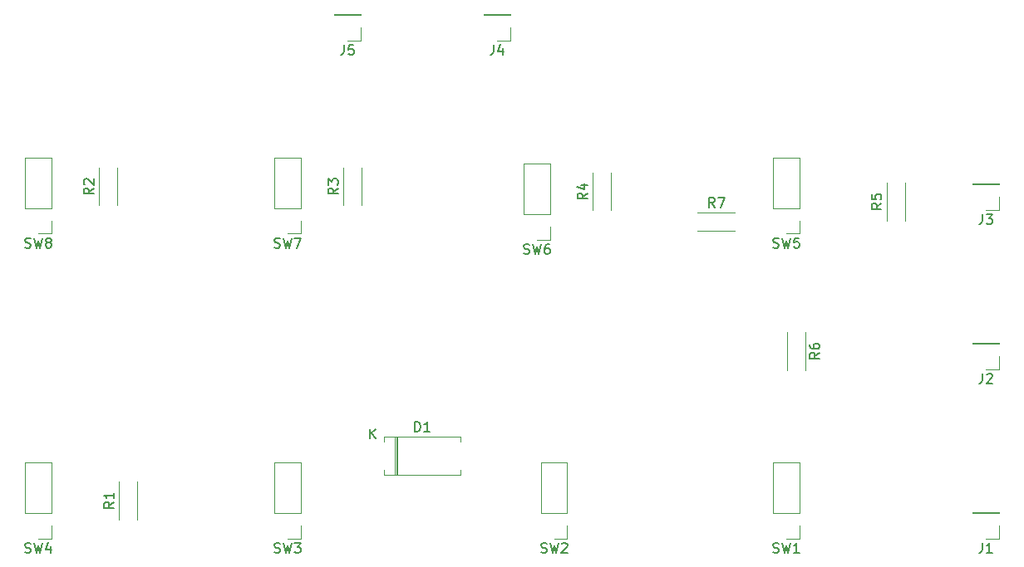
<source format=gto>
%TF.GenerationSoftware,KiCad,Pcbnew,7.0.7*%
%TF.CreationDate,2023-12-20T15:38:10-07:00*%
%TF.ProjectId,Control Pilot PCB,436f6e74-726f-46c2-9050-696c6f742050,rev?*%
%TF.SameCoordinates,Original*%
%TF.FileFunction,Legend,Top*%
%TF.FilePolarity,Positive*%
%FSLAX46Y46*%
G04 Gerber Fmt 4.6, Leading zero omitted, Abs format (unit mm)*
G04 Created by KiCad (PCBNEW 7.0.7) date 2023-12-20 15:38:10*
%MOMM*%
%LPD*%
G01*
G04 APERTURE LIST*
%ADD10C,0.150000*%
%ADD11C,0.120000*%
G04 APERTURE END LIST*
D10*
X163242666Y-105416819D02*
X163242666Y-106131104D01*
X163242666Y-106131104D02*
X163195047Y-106273961D01*
X163195047Y-106273961D02*
X163099809Y-106369200D01*
X163099809Y-106369200D02*
X162956952Y-106416819D01*
X162956952Y-106416819D02*
X162861714Y-106416819D01*
X164242666Y-106416819D02*
X163671238Y-106416819D01*
X163956952Y-106416819D02*
X163956952Y-105416819D01*
X163956952Y-105416819D02*
X163861714Y-105559676D01*
X163861714Y-105559676D02*
X163766476Y-105654914D01*
X163766476Y-105654914D02*
X163671238Y-105702533D01*
X98218666Y-54616819D02*
X98218666Y-55331104D01*
X98218666Y-55331104D02*
X98171047Y-55473961D01*
X98171047Y-55473961D02*
X98075809Y-55569200D01*
X98075809Y-55569200D02*
X97932952Y-55616819D01*
X97932952Y-55616819D02*
X97837714Y-55616819D01*
X99171047Y-54616819D02*
X98694857Y-54616819D01*
X98694857Y-54616819D02*
X98647238Y-55093009D01*
X98647238Y-55093009D02*
X98694857Y-55045390D01*
X98694857Y-55045390D02*
X98790095Y-54997771D01*
X98790095Y-54997771D02*
X99028190Y-54997771D01*
X99028190Y-54997771D02*
X99123428Y-55045390D01*
X99123428Y-55045390D02*
X99171047Y-55093009D01*
X99171047Y-55093009D02*
X99218666Y-55188247D01*
X99218666Y-55188247D02*
X99218666Y-55426342D01*
X99218666Y-55426342D02*
X99171047Y-55521580D01*
X99171047Y-55521580D02*
X99123428Y-55569200D01*
X99123428Y-55569200D02*
X99028190Y-55616819D01*
X99028190Y-55616819D02*
X98790095Y-55616819D01*
X98790095Y-55616819D02*
X98694857Y-55569200D01*
X98694857Y-55569200D02*
X98647238Y-55521580D01*
X146630819Y-86018666D02*
X146154628Y-86351999D01*
X146630819Y-86590094D02*
X145630819Y-86590094D01*
X145630819Y-86590094D02*
X145630819Y-86209142D01*
X145630819Y-86209142D02*
X145678438Y-86113904D01*
X145678438Y-86113904D02*
X145726057Y-86066285D01*
X145726057Y-86066285D02*
X145821295Y-86018666D01*
X145821295Y-86018666D02*
X145964152Y-86018666D01*
X145964152Y-86018666D02*
X146059390Y-86066285D01*
X146059390Y-86066285D02*
X146107009Y-86113904D01*
X146107009Y-86113904D02*
X146154628Y-86209142D01*
X146154628Y-86209142D02*
X146154628Y-86590094D01*
X145630819Y-85161523D02*
X145630819Y-85351999D01*
X145630819Y-85351999D02*
X145678438Y-85447237D01*
X145678438Y-85447237D02*
X145726057Y-85494856D01*
X145726057Y-85494856D02*
X145868914Y-85590094D01*
X145868914Y-85590094D02*
X146059390Y-85637713D01*
X146059390Y-85637713D02*
X146440342Y-85637713D01*
X146440342Y-85637713D02*
X146535580Y-85590094D01*
X146535580Y-85590094D02*
X146583200Y-85542475D01*
X146583200Y-85542475D02*
X146630819Y-85447237D01*
X146630819Y-85447237D02*
X146630819Y-85256761D01*
X146630819Y-85256761D02*
X146583200Y-85161523D01*
X146583200Y-85161523D02*
X146535580Y-85113904D01*
X146535580Y-85113904D02*
X146440342Y-85066285D01*
X146440342Y-85066285D02*
X146202247Y-85066285D01*
X146202247Y-85066285D02*
X146107009Y-85113904D01*
X146107009Y-85113904D02*
X146059390Y-85161523D01*
X146059390Y-85161523D02*
X146011771Y-85256761D01*
X146011771Y-85256761D02*
X146011771Y-85447237D01*
X146011771Y-85447237D02*
X146059390Y-85542475D01*
X146059390Y-85542475D02*
X146107009Y-85590094D01*
X146107009Y-85590094D02*
X146202247Y-85637713D01*
X122994819Y-69746666D02*
X122518628Y-70079999D01*
X122994819Y-70318094D02*
X121994819Y-70318094D01*
X121994819Y-70318094D02*
X121994819Y-69937142D01*
X121994819Y-69937142D02*
X122042438Y-69841904D01*
X122042438Y-69841904D02*
X122090057Y-69794285D01*
X122090057Y-69794285D02*
X122185295Y-69746666D01*
X122185295Y-69746666D02*
X122328152Y-69746666D01*
X122328152Y-69746666D02*
X122423390Y-69794285D01*
X122423390Y-69794285D02*
X122471009Y-69841904D01*
X122471009Y-69841904D02*
X122518628Y-69937142D01*
X122518628Y-69937142D02*
X122518628Y-70318094D01*
X122328152Y-68889523D02*
X122994819Y-68889523D01*
X121947200Y-69127618D02*
X122661485Y-69365713D01*
X122661485Y-69365713D02*
X122661485Y-68746666D01*
X65722667Y-106369200D02*
X65865524Y-106416819D01*
X65865524Y-106416819D02*
X66103619Y-106416819D01*
X66103619Y-106416819D02*
X66198857Y-106369200D01*
X66198857Y-106369200D02*
X66246476Y-106321580D01*
X66246476Y-106321580D02*
X66294095Y-106226342D01*
X66294095Y-106226342D02*
X66294095Y-106131104D01*
X66294095Y-106131104D02*
X66246476Y-106035866D01*
X66246476Y-106035866D02*
X66198857Y-105988247D01*
X66198857Y-105988247D02*
X66103619Y-105940628D01*
X66103619Y-105940628D02*
X65913143Y-105893009D01*
X65913143Y-105893009D02*
X65817905Y-105845390D01*
X65817905Y-105845390D02*
X65770286Y-105797771D01*
X65770286Y-105797771D02*
X65722667Y-105702533D01*
X65722667Y-105702533D02*
X65722667Y-105607295D01*
X65722667Y-105607295D02*
X65770286Y-105512057D01*
X65770286Y-105512057D02*
X65817905Y-105464438D01*
X65817905Y-105464438D02*
X65913143Y-105416819D01*
X65913143Y-105416819D02*
X66151238Y-105416819D01*
X66151238Y-105416819D02*
X66294095Y-105464438D01*
X66627429Y-105416819D02*
X66865524Y-106416819D01*
X66865524Y-106416819D02*
X67056000Y-105702533D01*
X67056000Y-105702533D02*
X67246476Y-106416819D01*
X67246476Y-106416819D02*
X67484572Y-105416819D01*
X68294095Y-105750152D02*
X68294095Y-106416819D01*
X68056000Y-105369200D02*
X67817905Y-106083485D01*
X67817905Y-106083485D02*
X68436952Y-106083485D01*
X141922667Y-106369200D02*
X142065524Y-106416819D01*
X142065524Y-106416819D02*
X142303619Y-106416819D01*
X142303619Y-106416819D02*
X142398857Y-106369200D01*
X142398857Y-106369200D02*
X142446476Y-106321580D01*
X142446476Y-106321580D02*
X142494095Y-106226342D01*
X142494095Y-106226342D02*
X142494095Y-106131104D01*
X142494095Y-106131104D02*
X142446476Y-106035866D01*
X142446476Y-106035866D02*
X142398857Y-105988247D01*
X142398857Y-105988247D02*
X142303619Y-105940628D01*
X142303619Y-105940628D02*
X142113143Y-105893009D01*
X142113143Y-105893009D02*
X142017905Y-105845390D01*
X142017905Y-105845390D02*
X141970286Y-105797771D01*
X141970286Y-105797771D02*
X141922667Y-105702533D01*
X141922667Y-105702533D02*
X141922667Y-105607295D01*
X141922667Y-105607295D02*
X141970286Y-105512057D01*
X141970286Y-105512057D02*
X142017905Y-105464438D01*
X142017905Y-105464438D02*
X142113143Y-105416819D01*
X142113143Y-105416819D02*
X142351238Y-105416819D01*
X142351238Y-105416819D02*
X142494095Y-105464438D01*
X142827429Y-105416819D02*
X143065524Y-106416819D01*
X143065524Y-106416819D02*
X143256000Y-105702533D01*
X143256000Y-105702533D02*
X143446476Y-106416819D01*
X143446476Y-106416819D02*
X143684572Y-105416819D01*
X144589333Y-106416819D02*
X144017905Y-106416819D01*
X144303619Y-106416819D02*
X144303619Y-105416819D01*
X144303619Y-105416819D02*
X144208381Y-105559676D01*
X144208381Y-105559676D02*
X144113143Y-105654914D01*
X144113143Y-105654914D02*
X144017905Y-105702533D01*
X152950819Y-70778666D02*
X152474628Y-71111999D01*
X152950819Y-71350094D02*
X151950819Y-71350094D01*
X151950819Y-71350094D02*
X151950819Y-70969142D01*
X151950819Y-70969142D02*
X151998438Y-70873904D01*
X151998438Y-70873904D02*
X152046057Y-70826285D01*
X152046057Y-70826285D02*
X152141295Y-70778666D01*
X152141295Y-70778666D02*
X152284152Y-70778666D01*
X152284152Y-70778666D02*
X152379390Y-70826285D01*
X152379390Y-70826285D02*
X152427009Y-70873904D01*
X152427009Y-70873904D02*
X152474628Y-70969142D01*
X152474628Y-70969142D02*
X152474628Y-71350094D01*
X151950819Y-69873904D02*
X151950819Y-70350094D01*
X151950819Y-70350094D02*
X152427009Y-70397713D01*
X152427009Y-70397713D02*
X152379390Y-70350094D01*
X152379390Y-70350094D02*
X152331771Y-70254856D01*
X152331771Y-70254856D02*
X152331771Y-70016761D01*
X152331771Y-70016761D02*
X152379390Y-69921523D01*
X152379390Y-69921523D02*
X152427009Y-69873904D01*
X152427009Y-69873904D02*
X152522247Y-69826285D01*
X152522247Y-69826285D02*
X152760342Y-69826285D01*
X152760342Y-69826285D02*
X152855580Y-69873904D01*
X152855580Y-69873904D02*
X152903200Y-69921523D01*
X152903200Y-69921523D02*
X152950819Y-70016761D01*
X152950819Y-70016761D02*
X152950819Y-70254856D01*
X152950819Y-70254856D02*
X152903200Y-70350094D01*
X152903200Y-70350094D02*
X152855580Y-70397713D01*
X65722667Y-75274200D02*
X65865524Y-75321819D01*
X65865524Y-75321819D02*
X66103619Y-75321819D01*
X66103619Y-75321819D02*
X66198857Y-75274200D01*
X66198857Y-75274200D02*
X66246476Y-75226580D01*
X66246476Y-75226580D02*
X66294095Y-75131342D01*
X66294095Y-75131342D02*
X66294095Y-75036104D01*
X66294095Y-75036104D02*
X66246476Y-74940866D01*
X66246476Y-74940866D02*
X66198857Y-74893247D01*
X66198857Y-74893247D02*
X66103619Y-74845628D01*
X66103619Y-74845628D02*
X65913143Y-74798009D01*
X65913143Y-74798009D02*
X65817905Y-74750390D01*
X65817905Y-74750390D02*
X65770286Y-74702771D01*
X65770286Y-74702771D02*
X65722667Y-74607533D01*
X65722667Y-74607533D02*
X65722667Y-74512295D01*
X65722667Y-74512295D02*
X65770286Y-74417057D01*
X65770286Y-74417057D02*
X65817905Y-74369438D01*
X65817905Y-74369438D02*
X65913143Y-74321819D01*
X65913143Y-74321819D02*
X66151238Y-74321819D01*
X66151238Y-74321819D02*
X66294095Y-74369438D01*
X66627429Y-74321819D02*
X66865524Y-75321819D01*
X66865524Y-75321819D02*
X67056000Y-74607533D01*
X67056000Y-74607533D02*
X67246476Y-75321819D01*
X67246476Y-75321819D02*
X67484572Y-74321819D01*
X68008381Y-74750390D02*
X67913143Y-74702771D01*
X67913143Y-74702771D02*
X67865524Y-74655152D01*
X67865524Y-74655152D02*
X67817905Y-74559914D01*
X67817905Y-74559914D02*
X67817905Y-74512295D01*
X67817905Y-74512295D02*
X67865524Y-74417057D01*
X67865524Y-74417057D02*
X67913143Y-74369438D01*
X67913143Y-74369438D02*
X68008381Y-74321819D01*
X68008381Y-74321819D02*
X68198857Y-74321819D01*
X68198857Y-74321819D02*
X68294095Y-74369438D01*
X68294095Y-74369438D02*
X68341714Y-74417057D01*
X68341714Y-74417057D02*
X68389333Y-74512295D01*
X68389333Y-74512295D02*
X68389333Y-74559914D01*
X68389333Y-74559914D02*
X68341714Y-74655152D01*
X68341714Y-74655152D02*
X68294095Y-74702771D01*
X68294095Y-74702771D02*
X68198857Y-74750390D01*
X68198857Y-74750390D02*
X68008381Y-74750390D01*
X68008381Y-74750390D02*
X67913143Y-74798009D01*
X67913143Y-74798009D02*
X67865524Y-74845628D01*
X67865524Y-74845628D02*
X67817905Y-74940866D01*
X67817905Y-74940866D02*
X67817905Y-75131342D01*
X67817905Y-75131342D02*
X67865524Y-75226580D01*
X67865524Y-75226580D02*
X67913143Y-75274200D01*
X67913143Y-75274200D02*
X68008381Y-75321819D01*
X68008381Y-75321819D02*
X68198857Y-75321819D01*
X68198857Y-75321819D02*
X68294095Y-75274200D01*
X68294095Y-75274200D02*
X68341714Y-75226580D01*
X68341714Y-75226580D02*
X68389333Y-75131342D01*
X68389333Y-75131342D02*
X68389333Y-74940866D01*
X68389333Y-74940866D02*
X68341714Y-74845628D01*
X68341714Y-74845628D02*
X68294095Y-74798009D01*
X68294095Y-74798009D02*
X68198857Y-74750390D01*
X135961333Y-71178819D02*
X135628000Y-70702628D01*
X135389905Y-71178819D02*
X135389905Y-70178819D01*
X135389905Y-70178819D02*
X135770857Y-70178819D01*
X135770857Y-70178819D02*
X135866095Y-70226438D01*
X135866095Y-70226438D02*
X135913714Y-70274057D01*
X135913714Y-70274057D02*
X135961333Y-70369295D01*
X135961333Y-70369295D02*
X135961333Y-70512152D01*
X135961333Y-70512152D02*
X135913714Y-70607390D01*
X135913714Y-70607390D02*
X135866095Y-70655009D01*
X135866095Y-70655009D02*
X135770857Y-70702628D01*
X135770857Y-70702628D02*
X135389905Y-70702628D01*
X136294667Y-70178819D02*
X136961333Y-70178819D01*
X136961333Y-70178819D02*
X136532762Y-71178819D01*
X74750819Y-101258666D02*
X74274628Y-101591999D01*
X74750819Y-101830094D02*
X73750819Y-101830094D01*
X73750819Y-101830094D02*
X73750819Y-101449142D01*
X73750819Y-101449142D02*
X73798438Y-101353904D01*
X73798438Y-101353904D02*
X73846057Y-101306285D01*
X73846057Y-101306285D02*
X73941295Y-101258666D01*
X73941295Y-101258666D02*
X74084152Y-101258666D01*
X74084152Y-101258666D02*
X74179390Y-101306285D01*
X74179390Y-101306285D02*
X74227009Y-101353904D01*
X74227009Y-101353904D02*
X74274628Y-101449142D01*
X74274628Y-101449142D02*
X74274628Y-101830094D01*
X74750819Y-100306285D02*
X74750819Y-100877713D01*
X74750819Y-100591999D02*
X73750819Y-100591999D01*
X73750819Y-100591999D02*
X73893676Y-100687237D01*
X73893676Y-100687237D02*
X73988914Y-100782475D01*
X73988914Y-100782475D02*
X74036533Y-100877713D01*
X118282667Y-106369200D02*
X118425524Y-106416819D01*
X118425524Y-106416819D02*
X118663619Y-106416819D01*
X118663619Y-106416819D02*
X118758857Y-106369200D01*
X118758857Y-106369200D02*
X118806476Y-106321580D01*
X118806476Y-106321580D02*
X118854095Y-106226342D01*
X118854095Y-106226342D02*
X118854095Y-106131104D01*
X118854095Y-106131104D02*
X118806476Y-106035866D01*
X118806476Y-106035866D02*
X118758857Y-105988247D01*
X118758857Y-105988247D02*
X118663619Y-105940628D01*
X118663619Y-105940628D02*
X118473143Y-105893009D01*
X118473143Y-105893009D02*
X118377905Y-105845390D01*
X118377905Y-105845390D02*
X118330286Y-105797771D01*
X118330286Y-105797771D02*
X118282667Y-105702533D01*
X118282667Y-105702533D02*
X118282667Y-105607295D01*
X118282667Y-105607295D02*
X118330286Y-105512057D01*
X118330286Y-105512057D02*
X118377905Y-105464438D01*
X118377905Y-105464438D02*
X118473143Y-105416819D01*
X118473143Y-105416819D02*
X118711238Y-105416819D01*
X118711238Y-105416819D02*
X118854095Y-105464438D01*
X119187429Y-105416819D02*
X119425524Y-106416819D01*
X119425524Y-106416819D02*
X119616000Y-105702533D01*
X119616000Y-105702533D02*
X119806476Y-106416819D01*
X119806476Y-106416819D02*
X120044572Y-105416819D01*
X120377905Y-105512057D02*
X120425524Y-105464438D01*
X120425524Y-105464438D02*
X120520762Y-105416819D01*
X120520762Y-105416819D02*
X120758857Y-105416819D01*
X120758857Y-105416819D02*
X120854095Y-105464438D01*
X120854095Y-105464438D02*
X120901714Y-105512057D01*
X120901714Y-105512057D02*
X120949333Y-105607295D01*
X120949333Y-105607295D02*
X120949333Y-105702533D01*
X120949333Y-105702533D02*
X120901714Y-105845390D01*
X120901714Y-105845390D02*
X120330286Y-106416819D01*
X120330286Y-106416819D02*
X120949333Y-106416819D01*
X113458666Y-54616819D02*
X113458666Y-55331104D01*
X113458666Y-55331104D02*
X113411047Y-55473961D01*
X113411047Y-55473961D02*
X113315809Y-55569200D01*
X113315809Y-55569200D02*
X113172952Y-55616819D01*
X113172952Y-55616819D02*
X113077714Y-55616819D01*
X114363428Y-54950152D02*
X114363428Y-55616819D01*
X114125333Y-54569200D02*
X113887238Y-55283485D01*
X113887238Y-55283485D02*
X114506285Y-55283485D01*
X97594819Y-69238666D02*
X97118628Y-69571999D01*
X97594819Y-69810094D02*
X96594819Y-69810094D01*
X96594819Y-69810094D02*
X96594819Y-69429142D01*
X96594819Y-69429142D02*
X96642438Y-69333904D01*
X96642438Y-69333904D02*
X96690057Y-69286285D01*
X96690057Y-69286285D02*
X96785295Y-69238666D01*
X96785295Y-69238666D02*
X96928152Y-69238666D01*
X96928152Y-69238666D02*
X97023390Y-69286285D01*
X97023390Y-69286285D02*
X97071009Y-69333904D01*
X97071009Y-69333904D02*
X97118628Y-69429142D01*
X97118628Y-69429142D02*
X97118628Y-69810094D01*
X96594819Y-68905332D02*
X96594819Y-68286285D01*
X96594819Y-68286285D02*
X96975771Y-68619618D01*
X96975771Y-68619618D02*
X96975771Y-68476761D01*
X96975771Y-68476761D02*
X97023390Y-68381523D01*
X97023390Y-68381523D02*
X97071009Y-68333904D01*
X97071009Y-68333904D02*
X97166247Y-68286285D01*
X97166247Y-68286285D02*
X97404342Y-68286285D01*
X97404342Y-68286285D02*
X97499580Y-68333904D01*
X97499580Y-68333904D02*
X97547200Y-68381523D01*
X97547200Y-68381523D02*
X97594819Y-68476761D01*
X97594819Y-68476761D02*
X97594819Y-68762475D01*
X97594819Y-68762475D02*
X97547200Y-68857713D01*
X97547200Y-68857713D02*
X97499580Y-68905332D01*
X91122667Y-106369200D02*
X91265524Y-106416819D01*
X91265524Y-106416819D02*
X91503619Y-106416819D01*
X91503619Y-106416819D02*
X91598857Y-106369200D01*
X91598857Y-106369200D02*
X91646476Y-106321580D01*
X91646476Y-106321580D02*
X91694095Y-106226342D01*
X91694095Y-106226342D02*
X91694095Y-106131104D01*
X91694095Y-106131104D02*
X91646476Y-106035866D01*
X91646476Y-106035866D02*
X91598857Y-105988247D01*
X91598857Y-105988247D02*
X91503619Y-105940628D01*
X91503619Y-105940628D02*
X91313143Y-105893009D01*
X91313143Y-105893009D02*
X91217905Y-105845390D01*
X91217905Y-105845390D02*
X91170286Y-105797771D01*
X91170286Y-105797771D02*
X91122667Y-105702533D01*
X91122667Y-105702533D02*
X91122667Y-105607295D01*
X91122667Y-105607295D02*
X91170286Y-105512057D01*
X91170286Y-105512057D02*
X91217905Y-105464438D01*
X91217905Y-105464438D02*
X91313143Y-105416819D01*
X91313143Y-105416819D02*
X91551238Y-105416819D01*
X91551238Y-105416819D02*
X91694095Y-105464438D01*
X92027429Y-105416819D02*
X92265524Y-106416819D01*
X92265524Y-106416819D02*
X92456000Y-105702533D01*
X92456000Y-105702533D02*
X92646476Y-106416819D01*
X92646476Y-106416819D02*
X92884572Y-105416819D01*
X93170286Y-105416819D02*
X93789333Y-105416819D01*
X93789333Y-105416819D02*
X93456000Y-105797771D01*
X93456000Y-105797771D02*
X93598857Y-105797771D01*
X93598857Y-105797771D02*
X93694095Y-105845390D01*
X93694095Y-105845390D02*
X93741714Y-105893009D01*
X93741714Y-105893009D02*
X93789333Y-105988247D01*
X93789333Y-105988247D02*
X93789333Y-106226342D01*
X93789333Y-106226342D02*
X93741714Y-106321580D01*
X93741714Y-106321580D02*
X93694095Y-106369200D01*
X93694095Y-106369200D02*
X93598857Y-106416819D01*
X93598857Y-106416819D02*
X93313143Y-106416819D01*
X93313143Y-106416819D02*
X93217905Y-106369200D01*
X93217905Y-106369200D02*
X93170286Y-106321580D01*
X116522667Y-75889200D02*
X116665524Y-75936819D01*
X116665524Y-75936819D02*
X116903619Y-75936819D01*
X116903619Y-75936819D02*
X116998857Y-75889200D01*
X116998857Y-75889200D02*
X117046476Y-75841580D01*
X117046476Y-75841580D02*
X117094095Y-75746342D01*
X117094095Y-75746342D02*
X117094095Y-75651104D01*
X117094095Y-75651104D02*
X117046476Y-75555866D01*
X117046476Y-75555866D02*
X116998857Y-75508247D01*
X116998857Y-75508247D02*
X116903619Y-75460628D01*
X116903619Y-75460628D02*
X116713143Y-75413009D01*
X116713143Y-75413009D02*
X116617905Y-75365390D01*
X116617905Y-75365390D02*
X116570286Y-75317771D01*
X116570286Y-75317771D02*
X116522667Y-75222533D01*
X116522667Y-75222533D02*
X116522667Y-75127295D01*
X116522667Y-75127295D02*
X116570286Y-75032057D01*
X116570286Y-75032057D02*
X116617905Y-74984438D01*
X116617905Y-74984438D02*
X116713143Y-74936819D01*
X116713143Y-74936819D02*
X116951238Y-74936819D01*
X116951238Y-74936819D02*
X117094095Y-74984438D01*
X117427429Y-74936819D02*
X117665524Y-75936819D01*
X117665524Y-75936819D02*
X117856000Y-75222533D01*
X117856000Y-75222533D02*
X118046476Y-75936819D01*
X118046476Y-75936819D02*
X118284572Y-74936819D01*
X119094095Y-74936819D02*
X118903619Y-74936819D01*
X118903619Y-74936819D02*
X118808381Y-74984438D01*
X118808381Y-74984438D02*
X118760762Y-75032057D01*
X118760762Y-75032057D02*
X118665524Y-75174914D01*
X118665524Y-75174914D02*
X118617905Y-75365390D01*
X118617905Y-75365390D02*
X118617905Y-75746342D01*
X118617905Y-75746342D02*
X118665524Y-75841580D01*
X118665524Y-75841580D02*
X118713143Y-75889200D01*
X118713143Y-75889200D02*
X118808381Y-75936819D01*
X118808381Y-75936819D02*
X118998857Y-75936819D01*
X118998857Y-75936819D02*
X119094095Y-75889200D01*
X119094095Y-75889200D02*
X119141714Y-75841580D01*
X119141714Y-75841580D02*
X119189333Y-75746342D01*
X119189333Y-75746342D02*
X119189333Y-75508247D01*
X119189333Y-75508247D02*
X119141714Y-75413009D01*
X119141714Y-75413009D02*
X119094095Y-75365390D01*
X119094095Y-75365390D02*
X118998857Y-75317771D01*
X118998857Y-75317771D02*
X118808381Y-75317771D01*
X118808381Y-75317771D02*
X118713143Y-75365390D01*
X118713143Y-75365390D02*
X118665524Y-75413009D01*
X118665524Y-75413009D02*
X118617905Y-75508247D01*
X91122667Y-75274200D02*
X91265524Y-75321819D01*
X91265524Y-75321819D02*
X91503619Y-75321819D01*
X91503619Y-75321819D02*
X91598857Y-75274200D01*
X91598857Y-75274200D02*
X91646476Y-75226580D01*
X91646476Y-75226580D02*
X91694095Y-75131342D01*
X91694095Y-75131342D02*
X91694095Y-75036104D01*
X91694095Y-75036104D02*
X91646476Y-74940866D01*
X91646476Y-74940866D02*
X91598857Y-74893247D01*
X91598857Y-74893247D02*
X91503619Y-74845628D01*
X91503619Y-74845628D02*
X91313143Y-74798009D01*
X91313143Y-74798009D02*
X91217905Y-74750390D01*
X91217905Y-74750390D02*
X91170286Y-74702771D01*
X91170286Y-74702771D02*
X91122667Y-74607533D01*
X91122667Y-74607533D02*
X91122667Y-74512295D01*
X91122667Y-74512295D02*
X91170286Y-74417057D01*
X91170286Y-74417057D02*
X91217905Y-74369438D01*
X91217905Y-74369438D02*
X91313143Y-74321819D01*
X91313143Y-74321819D02*
X91551238Y-74321819D01*
X91551238Y-74321819D02*
X91694095Y-74369438D01*
X92027429Y-74321819D02*
X92265524Y-75321819D01*
X92265524Y-75321819D02*
X92456000Y-74607533D01*
X92456000Y-74607533D02*
X92646476Y-75321819D01*
X92646476Y-75321819D02*
X92884572Y-74321819D01*
X93170286Y-74321819D02*
X93836952Y-74321819D01*
X93836952Y-74321819D02*
X93408381Y-75321819D01*
X163242666Y-88144819D02*
X163242666Y-88859104D01*
X163242666Y-88859104D02*
X163195047Y-89001961D01*
X163195047Y-89001961D02*
X163099809Y-89097200D01*
X163099809Y-89097200D02*
X162956952Y-89144819D01*
X162956952Y-89144819D02*
X162861714Y-89144819D01*
X163671238Y-88240057D02*
X163718857Y-88192438D01*
X163718857Y-88192438D02*
X163814095Y-88144819D01*
X163814095Y-88144819D02*
X164052190Y-88144819D01*
X164052190Y-88144819D02*
X164147428Y-88192438D01*
X164147428Y-88192438D02*
X164195047Y-88240057D01*
X164195047Y-88240057D02*
X164242666Y-88335295D01*
X164242666Y-88335295D02*
X164242666Y-88430533D01*
X164242666Y-88430533D02*
X164195047Y-88573390D01*
X164195047Y-88573390D02*
X163623619Y-89144819D01*
X163623619Y-89144819D02*
X164242666Y-89144819D01*
X163242666Y-71888819D02*
X163242666Y-72603104D01*
X163242666Y-72603104D02*
X163195047Y-72745961D01*
X163195047Y-72745961D02*
X163099809Y-72841200D01*
X163099809Y-72841200D02*
X162956952Y-72888819D01*
X162956952Y-72888819D02*
X162861714Y-72888819D01*
X163623619Y-71888819D02*
X164242666Y-71888819D01*
X164242666Y-71888819D02*
X163909333Y-72269771D01*
X163909333Y-72269771D02*
X164052190Y-72269771D01*
X164052190Y-72269771D02*
X164147428Y-72317390D01*
X164147428Y-72317390D02*
X164195047Y-72365009D01*
X164195047Y-72365009D02*
X164242666Y-72460247D01*
X164242666Y-72460247D02*
X164242666Y-72698342D01*
X164242666Y-72698342D02*
X164195047Y-72793580D01*
X164195047Y-72793580D02*
X164147428Y-72841200D01*
X164147428Y-72841200D02*
X164052190Y-72888819D01*
X164052190Y-72888819D02*
X163766476Y-72888819D01*
X163766476Y-72888819D02*
X163671238Y-72841200D01*
X163671238Y-72841200D02*
X163623619Y-72793580D01*
X141922667Y-75274200D02*
X142065524Y-75321819D01*
X142065524Y-75321819D02*
X142303619Y-75321819D01*
X142303619Y-75321819D02*
X142398857Y-75274200D01*
X142398857Y-75274200D02*
X142446476Y-75226580D01*
X142446476Y-75226580D02*
X142494095Y-75131342D01*
X142494095Y-75131342D02*
X142494095Y-75036104D01*
X142494095Y-75036104D02*
X142446476Y-74940866D01*
X142446476Y-74940866D02*
X142398857Y-74893247D01*
X142398857Y-74893247D02*
X142303619Y-74845628D01*
X142303619Y-74845628D02*
X142113143Y-74798009D01*
X142113143Y-74798009D02*
X142017905Y-74750390D01*
X142017905Y-74750390D02*
X141970286Y-74702771D01*
X141970286Y-74702771D02*
X141922667Y-74607533D01*
X141922667Y-74607533D02*
X141922667Y-74512295D01*
X141922667Y-74512295D02*
X141970286Y-74417057D01*
X141970286Y-74417057D02*
X142017905Y-74369438D01*
X142017905Y-74369438D02*
X142113143Y-74321819D01*
X142113143Y-74321819D02*
X142351238Y-74321819D01*
X142351238Y-74321819D02*
X142494095Y-74369438D01*
X142827429Y-74321819D02*
X143065524Y-75321819D01*
X143065524Y-75321819D02*
X143256000Y-74607533D01*
X143256000Y-74607533D02*
X143446476Y-75321819D01*
X143446476Y-75321819D02*
X143684572Y-74321819D01*
X144541714Y-74321819D02*
X144065524Y-74321819D01*
X144065524Y-74321819D02*
X144017905Y-74798009D01*
X144017905Y-74798009D02*
X144065524Y-74750390D01*
X144065524Y-74750390D02*
X144160762Y-74702771D01*
X144160762Y-74702771D02*
X144398857Y-74702771D01*
X144398857Y-74702771D02*
X144494095Y-74750390D01*
X144494095Y-74750390D02*
X144541714Y-74798009D01*
X144541714Y-74798009D02*
X144589333Y-74893247D01*
X144589333Y-74893247D02*
X144589333Y-75131342D01*
X144589333Y-75131342D02*
X144541714Y-75226580D01*
X144541714Y-75226580D02*
X144494095Y-75274200D01*
X144494095Y-75274200D02*
X144398857Y-75321819D01*
X144398857Y-75321819D02*
X144160762Y-75321819D01*
X144160762Y-75321819D02*
X144065524Y-75274200D01*
X144065524Y-75274200D02*
X144017905Y-75226580D01*
X105433905Y-94054819D02*
X105433905Y-93054819D01*
X105433905Y-93054819D02*
X105672000Y-93054819D01*
X105672000Y-93054819D02*
X105814857Y-93102438D01*
X105814857Y-93102438D02*
X105910095Y-93197676D01*
X105910095Y-93197676D02*
X105957714Y-93292914D01*
X105957714Y-93292914D02*
X106005333Y-93483390D01*
X106005333Y-93483390D02*
X106005333Y-93626247D01*
X106005333Y-93626247D02*
X105957714Y-93816723D01*
X105957714Y-93816723D02*
X105910095Y-93911961D01*
X105910095Y-93911961D02*
X105814857Y-94007200D01*
X105814857Y-94007200D02*
X105672000Y-94054819D01*
X105672000Y-94054819D02*
X105433905Y-94054819D01*
X106957714Y-94054819D02*
X106386286Y-94054819D01*
X106672000Y-94054819D02*
X106672000Y-93054819D01*
X106672000Y-93054819D02*
X106576762Y-93197676D01*
X106576762Y-93197676D02*
X106481524Y-93292914D01*
X106481524Y-93292914D02*
X106386286Y-93340533D01*
X100830095Y-94774819D02*
X100830095Y-93774819D01*
X101401523Y-94774819D02*
X100972952Y-94203390D01*
X101401523Y-93774819D02*
X100830095Y-94346247D01*
X72702819Y-69238666D02*
X72226628Y-69571999D01*
X72702819Y-69810094D02*
X71702819Y-69810094D01*
X71702819Y-69810094D02*
X71702819Y-69429142D01*
X71702819Y-69429142D02*
X71750438Y-69333904D01*
X71750438Y-69333904D02*
X71798057Y-69286285D01*
X71798057Y-69286285D02*
X71893295Y-69238666D01*
X71893295Y-69238666D02*
X72036152Y-69238666D01*
X72036152Y-69238666D02*
X72131390Y-69286285D01*
X72131390Y-69286285D02*
X72179009Y-69333904D01*
X72179009Y-69333904D02*
X72226628Y-69429142D01*
X72226628Y-69429142D02*
X72226628Y-69810094D01*
X71798057Y-68857713D02*
X71750438Y-68810094D01*
X71750438Y-68810094D02*
X71702819Y-68714856D01*
X71702819Y-68714856D02*
X71702819Y-68476761D01*
X71702819Y-68476761D02*
X71750438Y-68381523D01*
X71750438Y-68381523D02*
X71798057Y-68333904D01*
X71798057Y-68333904D02*
X71893295Y-68286285D01*
X71893295Y-68286285D02*
X71988533Y-68286285D01*
X71988533Y-68286285D02*
X72131390Y-68333904D01*
X72131390Y-68333904D02*
X72702819Y-68905332D01*
X72702819Y-68905332D02*
X72702819Y-68286285D01*
D11*
%TO.C,J1*%
X164906000Y-104962000D02*
X163576000Y-104962000D01*
X164906000Y-103632000D02*
X164906000Y-104962000D01*
X164906000Y-102362000D02*
X164906000Y-102302000D01*
X164906000Y-102362000D02*
X162246000Y-102362000D01*
X164906000Y-102302000D02*
X162246000Y-102302000D01*
X162246000Y-102362000D02*
X162246000Y-102302000D01*
%TO.C,J5*%
X99882000Y-54162000D02*
X98552000Y-54162000D01*
X99882000Y-52832000D02*
X99882000Y-54162000D01*
X99882000Y-51562000D02*
X99882000Y-51502000D01*
X99882000Y-51562000D02*
X97222000Y-51562000D01*
X99882000Y-51502000D02*
X97222000Y-51502000D01*
X97222000Y-51562000D02*
X97222000Y-51502000D01*
%TO.C,R6*%
X145176000Y-83932000D02*
X145176000Y-87772000D01*
X143336000Y-83932000D02*
X143336000Y-87772000D01*
%TO.C,R4*%
X123540000Y-71500000D02*
X123540000Y-67660000D01*
X125380000Y-71500000D02*
X125380000Y-67660000D01*
%TO.C,SW4*%
X68386000Y-104962000D02*
X67056000Y-104962000D01*
X68386000Y-103632000D02*
X68386000Y-104962000D01*
X68386000Y-102362000D02*
X68386000Y-97222000D01*
X68386000Y-102362000D02*
X65726000Y-102362000D01*
X68386000Y-97222000D02*
X65726000Y-97222000D01*
X65726000Y-102362000D02*
X65726000Y-97222000D01*
%TO.C,SW1*%
X144586000Y-104962000D02*
X143256000Y-104962000D01*
X144586000Y-103632000D02*
X144586000Y-104962000D01*
X144586000Y-102362000D02*
X144586000Y-97222000D01*
X144586000Y-102362000D02*
X141926000Y-102362000D01*
X144586000Y-97222000D02*
X141926000Y-97222000D01*
X141926000Y-102362000D02*
X141926000Y-97222000D01*
%TO.C,R5*%
X153496000Y-72532000D02*
X153496000Y-68692000D01*
X155336000Y-72532000D02*
X155336000Y-68692000D01*
%TO.C,SW8*%
X68386000Y-73867000D02*
X67056000Y-73867000D01*
X68386000Y-72537000D02*
X68386000Y-73867000D01*
X68386000Y-71267000D02*
X68386000Y-66127000D01*
X68386000Y-71267000D02*
X65726000Y-71267000D01*
X68386000Y-66127000D02*
X65726000Y-66127000D01*
X65726000Y-71267000D02*
X65726000Y-66127000D01*
%TO.C,R7*%
X134208000Y-71724000D02*
X138048000Y-71724000D01*
X134208000Y-73564000D02*
X138048000Y-73564000D01*
%TO.C,R1*%
X75296000Y-103012000D02*
X75296000Y-99172000D01*
X77136000Y-103012000D02*
X77136000Y-99172000D01*
%TO.C,SW2*%
X120946000Y-104962000D02*
X119616000Y-104962000D01*
X120946000Y-103632000D02*
X120946000Y-104962000D01*
X120946000Y-102362000D02*
X120946000Y-97222000D01*
X120946000Y-102362000D02*
X118286000Y-102362000D01*
X120946000Y-97222000D02*
X118286000Y-97222000D01*
X118286000Y-102362000D02*
X118286000Y-97222000D01*
%TO.C,J4*%
X115122000Y-54162000D02*
X113792000Y-54162000D01*
X115122000Y-52832000D02*
X115122000Y-54162000D01*
X115122000Y-51562000D02*
X115122000Y-51502000D01*
X115122000Y-51562000D02*
X112462000Y-51562000D01*
X115122000Y-51502000D02*
X112462000Y-51502000D01*
X112462000Y-51562000D02*
X112462000Y-51502000D01*
%TO.C,R3*%
X98140000Y-70992000D02*
X98140000Y-67152000D01*
X99980000Y-70992000D02*
X99980000Y-67152000D01*
%TO.C,SW3*%
X93786000Y-104962000D02*
X92456000Y-104962000D01*
X93786000Y-103632000D02*
X93786000Y-104962000D01*
X93786000Y-102362000D02*
X93786000Y-97222000D01*
X93786000Y-102362000D02*
X91126000Y-102362000D01*
X93786000Y-97222000D02*
X91126000Y-97222000D01*
X91126000Y-102362000D02*
X91126000Y-97222000D01*
%TO.C,SW6*%
X119186000Y-74482000D02*
X117856000Y-74482000D01*
X119186000Y-73152000D02*
X119186000Y-74482000D01*
X119186000Y-71882000D02*
X119186000Y-66742000D01*
X119186000Y-71882000D02*
X116526000Y-71882000D01*
X119186000Y-66742000D02*
X116526000Y-66742000D01*
X116526000Y-71882000D02*
X116526000Y-66742000D01*
%TO.C,SW7*%
X93786000Y-73867000D02*
X92456000Y-73867000D01*
X93786000Y-72537000D02*
X93786000Y-73867000D01*
X93786000Y-71267000D02*
X93786000Y-66127000D01*
X93786000Y-71267000D02*
X91126000Y-71267000D01*
X93786000Y-66127000D02*
X91126000Y-66127000D01*
X91126000Y-71267000D02*
X91126000Y-66127000D01*
%TO.C,J2*%
X164906000Y-87690000D02*
X163576000Y-87690000D01*
X164906000Y-86360000D02*
X164906000Y-87690000D01*
X164906000Y-85090000D02*
X164906000Y-85030000D01*
X164906000Y-85090000D02*
X162246000Y-85090000D01*
X164906000Y-85030000D02*
X162246000Y-85030000D01*
X162246000Y-85090000D02*
X162246000Y-85030000D01*
%TO.C,J3*%
X164906000Y-71434000D02*
X163576000Y-71434000D01*
X164906000Y-70104000D02*
X164906000Y-71434000D01*
X164906000Y-68834000D02*
X164906000Y-68774000D01*
X164906000Y-68834000D02*
X162246000Y-68834000D01*
X164906000Y-68774000D02*
X162246000Y-68774000D01*
X162246000Y-68834000D02*
X162246000Y-68774000D01*
%TO.C,SW5*%
X144586000Y-73867000D02*
X143256000Y-73867000D01*
X144586000Y-72537000D02*
X144586000Y-73867000D01*
X144586000Y-71267000D02*
X144586000Y-66127000D01*
X144586000Y-71267000D02*
X141926000Y-71267000D01*
X144586000Y-66127000D02*
X141926000Y-66127000D01*
X141926000Y-71267000D02*
X141926000Y-66127000D01*
%TO.C,D1*%
X102252000Y-94600000D02*
X110092000Y-94600000D01*
X102252000Y-95080000D02*
X102252000Y-94600000D01*
X102252000Y-97960000D02*
X102252000Y-98440000D01*
X102252000Y-98440000D02*
X110092000Y-98440000D01*
X103392000Y-94600000D02*
X103392000Y-98440000D01*
X103512000Y-94600000D02*
X103512000Y-98440000D01*
X103632000Y-94600000D02*
X103632000Y-98440000D01*
X110092000Y-94600000D02*
X110092000Y-95080000D01*
X110092000Y-98440000D02*
X110092000Y-97960000D01*
%TO.C,R2*%
X73248000Y-70992000D02*
X73248000Y-67152000D01*
X75088000Y-70992000D02*
X75088000Y-67152000D01*
%TD*%
M02*

</source>
